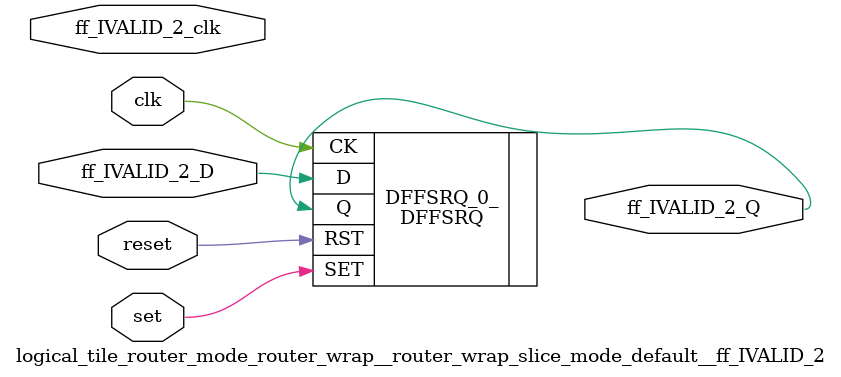
<source format=v>
`default_nettype none

module logical_tile_router_mode_router_wrap__router_wrap_slice_mode_default__ff_IVALID_2(set,
                                                                                         reset,
                                                                                         clk,
                                                                                         ff_IVALID_2_D,
                                                                                         ff_IVALID_2_Q,
                                                                                         ff_IVALID_2_clk);
//----- GLOBAL PORTS -----
input [0:0] set;
//----- GLOBAL PORTS -----
input [0:0] reset;
//----- GLOBAL PORTS -----
input [0:0] clk;
//----- INPUT PORTS -----
input [0:0] ff_IVALID_2_D;
//----- OUTPUT PORTS -----
output [0:0] ff_IVALID_2_Q;
//----- CLOCK PORTS -----
input [0:0] ff_IVALID_2_clk;

//----- BEGIN wire-connection ports -----
wire [0:0] ff_IVALID_2_D;
wire [0:0] ff_IVALID_2_Q;
wire [0:0] ff_IVALID_2_clk;
//----- END wire-connection ports -----


//----- BEGIN Registered ports -----
//----- END Registered ports -----



// ----- BEGIN Local short connections -----
// ----- END Local short connections -----
// ----- BEGIN Local output short connections -----
// ----- END Local output short connections -----

	DFFSRQ DFFSRQ_0_ (
		.SET(set),
		.RST(reset),
		.CK(clk),
		.D(ff_IVALID_2_D),
		.Q(ff_IVALID_2_Q));

endmodule
// ----- END Verilog module for logical_tile_router_mode_router_wrap__router_wrap_slice_mode_default__ff_IVALID_2 -----

//----- Default net type -----
`default_nettype wire




</source>
